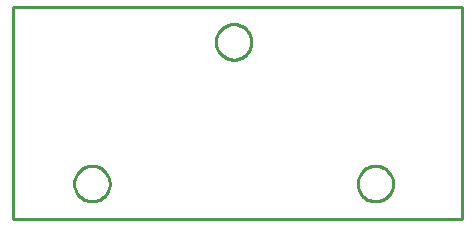
<source format=gbr>
G04 EAGLE Gerber RS-274X export*
G75*
%MOMM*%
%FSLAX34Y34*%
%LPD*%
%IN*%
%IPPOS*%
%AMOC8*
5,1,8,0,0,1.08239X$1,22.5*%
G01*
%ADD10C,0.254000*%


D10*
X0Y0D02*
X380000Y0D01*
X380000Y180000D01*
X0Y180000D01*
X0Y0D01*
X82000Y29464D02*
X81924Y28396D01*
X81771Y27335D01*
X81543Y26288D01*
X81241Y25260D01*
X80867Y24256D01*
X80422Y23281D01*
X79908Y22341D01*
X79329Y21440D01*
X78687Y20582D01*
X77985Y19772D01*
X77228Y19015D01*
X76418Y18313D01*
X75560Y17671D01*
X74659Y17092D01*
X73719Y16578D01*
X72744Y16133D01*
X71740Y15759D01*
X70712Y15457D01*
X69665Y15229D01*
X68604Y15076D01*
X67536Y15000D01*
X66464Y15000D01*
X65396Y15076D01*
X64335Y15229D01*
X63288Y15457D01*
X62260Y15759D01*
X61256Y16133D01*
X60281Y16578D01*
X59341Y17092D01*
X58440Y17671D01*
X57582Y18313D01*
X56772Y19015D01*
X56015Y19772D01*
X55313Y20582D01*
X54671Y21440D01*
X54092Y22341D01*
X53578Y23281D01*
X53133Y24256D01*
X52759Y25260D01*
X52457Y26288D01*
X52229Y27335D01*
X52076Y28396D01*
X52000Y29464D01*
X52000Y30536D01*
X52076Y31604D01*
X52229Y32665D01*
X52457Y33712D01*
X52759Y34740D01*
X53133Y35744D01*
X53578Y36719D01*
X54092Y37659D01*
X54671Y38560D01*
X55313Y39418D01*
X56015Y40228D01*
X56772Y40985D01*
X57582Y41687D01*
X58440Y42329D01*
X59341Y42908D01*
X60281Y43422D01*
X61256Y43867D01*
X62260Y44241D01*
X63288Y44543D01*
X64335Y44771D01*
X65396Y44924D01*
X66464Y45000D01*
X67536Y45000D01*
X68604Y44924D01*
X69665Y44771D01*
X70712Y44543D01*
X71740Y44241D01*
X72744Y43867D01*
X73719Y43422D01*
X74659Y42908D01*
X75560Y42329D01*
X76418Y41687D01*
X77228Y40985D01*
X77985Y40228D01*
X78687Y39418D01*
X79329Y38560D01*
X79908Y37659D01*
X80422Y36719D01*
X80867Y35744D01*
X81241Y34740D01*
X81543Y33712D01*
X81771Y32665D01*
X81924Y31604D01*
X82000Y30536D01*
X82000Y29464D01*
X202000Y149464D02*
X201924Y148396D01*
X201771Y147335D01*
X201543Y146288D01*
X201241Y145260D01*
X200867Y144256D01*
X200422Y143281D01*
X199908Y142341D01*
X199329Y141440D01*
X198687Y140582D01*
X197985Y139772D01*
X197228Y139015D01*
X196418Y138313D01*
X195560Y137671D01*
X194659Y137092D01*
X193719Y136578D01*
X192744Y136133D01*
X191740Y135759D01*
X190712Y135457D01*
X189665Y135229D01*
X188604Y135076D01*
X187536Y135000D01*
X186464Y135000D01*
X185396Y135076D01*
X184335Y135229D01*
X183288Y135457D01*
X182260Y135759D01*
X181256Y136133D01*
X180281Y136578D01*
X179341Y137092D01*
X178440Y137671D01*
X177582Y138313D01*
X176772Y139015D01*
X176015Y139772D01*
X175313Y140582D01*
X174671Y141440D01*
X174092Y142341D01*
X173578Y143281D01*
X173133Y144256D01*
X172759Y145260D01*
X172457Y146288D01*
X172229Y147335D01*
X172076Y148396D01*
X172000Y149464D01*
X172000Y150536D01*
X172076Y151604D01*
X172229Y152665D01*
X172457Y153712D01*
X172759Y154740D01*
X173133Y155744D01*
X173578Y156719D01*
X174092Y157659D01*
X174671Y158560D01*
X175313Y159418D01*
X176015Y160228D01*
X176772Y160985D01*
X177582Y161687D01*
X178440Y162329D01*
X179341Y162908D01*
X180281Y163422D01*
X181256Y163867D01*
X182260Y164241D01*
X183288Y164543D01*
X184335Y164771D01*
X185396Y164924D01*
X186464Y165000D01*
X187536Y165000D01*
X188604Y164924D01*
X189665Y164771D01*
X190712Y164543D01*
X191740Y164241D01*
X192744Y163867D01*
X193719Y163422D01*
X194659Y162908D01*
X195560Y162329D01*
X196418Y161687D01*
X197228Y160985D01*
X197985Y160228D01*
X198687Y159418D01*
X199329Y158560D01*
X199908Y157659D01*
X200422Y156719D01*
X200867Y155744D01*
X201241Y154740D01*
X201543Y153712D01*
X201771Y152665D01*
X201924Y151604D01*
X202000Y150536D01*
X202000Y149464D01*
X322000Y29464D02*
X321924Y28396D01*
X321771Y27335D01*
X321543Y26288D01*
X321241Y25260D01*
X320867Y24256D01*
X320422Y23281D01*
X319908Y22341D01*
X319329Y21440D01*
X318687Y20582D01*
X317985Y19772D01*
X317228Y19015D01*
X316418Y18313D01*
X315560Y17671D01*
X314659Y17092D01*
X313719Y16578D01*
X312744Y16133D01*
X311740Y15759D01*
X310712Y15457D01*
X309665Y15229D01*
X308604Y15076D01*
X307536Y15000D01*
X306464Y15000D01*
X305396Y15076D01*
X304335Y15229D01*
X303288Y15457D01*
X302260Y15759D01*
X301256Y16133D01*
X300281Y16578D01*
X299341Y17092D01*
X298440Y17671D01*
X297582Y18313D01*
X296772Y19015D01*
X296015Y19772D01*
X295313Y20582D01*
X294671Y21440D01*
X294092Y22341D01*
X293578Y23281D01*
X293133Y24256D01*
X292759Y25260D01*
X292457Y26288D01*
X292229Y27335D01*
X292076Y28396D01*
X292000Y29464D01*
X292000Y30536D01*
X292076Y31604D01*
X292229Y32665D01*
X292457Y33712D01*
X292759Y34740D01*
X293133Y35744D01*
X293578Y36719D01*
X294092Y37659D01*
X294671Y38560D01*
X295313Y39418D01*
X296015Y40228D01*
X296772Y40985D01*
X297582Y41687D01*
X298440Y42329D01*
X299341Y42908D01*
X300281Y43422D01*
X301256Y43867D01*
X302260Y44241D01*
X303288Y44543D01*
X304335Y44771D01*
X305396Y44924D01*
X306464Y45000D01*
X307536Y45000D01*
X308604Y44924D01*
X309665Y44771D01*
X310712Y44543D01*
X311740Y44241D01*
X312744Y43867D01*
X313719Y43422D01*
X314659Y42908D01*
X315560Y42329D01*
X316418Y41687D01*
X317228Y40985D01*
X317985Y40228D01*
X318687Y39418D01*
X319329Y38560D01*
X319908Y37659D01*
X320422Y36719D01*
X320867Y35744D01*
X321241Y34740D01*
X321543Y33712D01*
X321771Y32665D01*
X321924Y31604D01*
X322000Y30536D01*
X322000Y29464D01*
M02*

</source>
